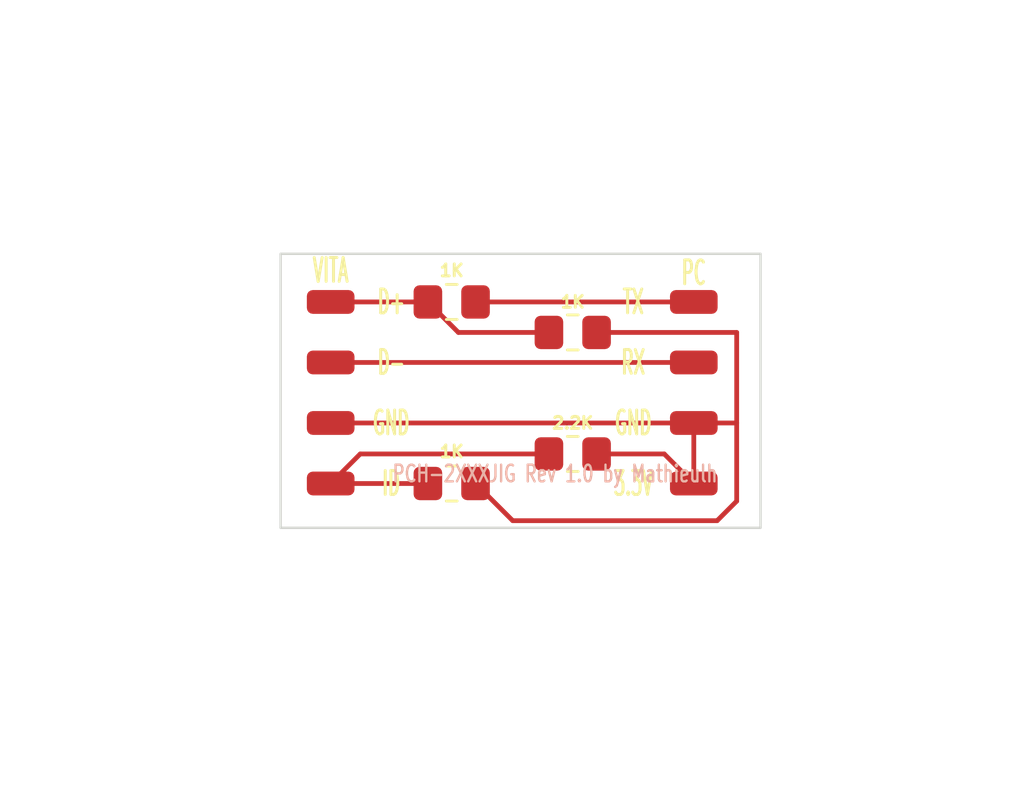
<source format=kicad_pcb>
(kicad_pcb (version 20221018) (generator pcbnew)
  (layers (0 "F.Cu" signal) (31 "B.Cu" signal) (34 "B.Paste" user) (35 "F.Paste" user) (36 "B.SilkS" user "B.Silkscreen") (37 "F.SilkS" user "F.Silkscreen") (38 "B.Mask" user) (39 "F.Mask" user) (44 "Edge.Cuts" user))
  (net 0 "")
  (footprint "Resistor_SMD:R_0805_2012Metric_Pad1.20x1.40mm_HandSolder" (layer "F.Cu") (at 71.12 39.4)
    (fp_text reference "REF**" hide)
    (fp_text value "R_0805_2012Metric_Pad1.20x1.40mm_HandSolder")
    (fp_line (start -0.227064 -0.735) (end 0.227064 -0.735) (stroke (width 0.12)) (layer "F.SilkS"))
    (fp_line (start -0.227064 0.735) (end 0.227064 0.735) (stroke (width 0.12)) (layer "F.SilkS"))
    (pad "1" smd roundrect (at -1 0) (size 1.2 1.4) (layers "F.Cu" "F.Paste" "F.Mask") (roundrect_rratio 0.2083333333))
    (pad "2" smd roundrect (at 1 0) (size 1.2 1.4) (layers "F.Cu" "F.Paste" "F.Mask") (roundrect_rratio 0.2083333333))
  )
  (footprint "Connector_Wire:SolderWirePad_1x01_SMD_1x2mm" (layer "F.Cu") (at 60.96 38.1 -90)
    (fp_text reference "REF**" hide)
    (fp_text value "SolderWirePad_1x01_SMD_1x2mm")
    (pad "3" smd roundrect (at 0 0 270) (size 1 2) (layers "F.Cu" "F.Paste" "F.Mask"))
  )
  (footprint "Connector_Wire:SolderWirePad_1x01_SMD_1x2mm" (layer "F.Cu") (at 60.96 40.64 -90)
    (fp_text reference "REF**" hide)
    (fp_text value "SolderWirePad_1x01_SMD_1x2mm")
    (pad "4" smd roundrect (at 0 0 270) (size 1 2) (layers "F.Cu" "F.Paste" "F.Mask"))
  )
  (footprint "Connector_Wire:SolderWirePad_1x01_SMD_1x2mm" (layer "F.Cu") (at 76.2 40.64 -90)
    (fp_text reference "REF**" hide)
    (fp_text value "SolderWirePad_1x01_SMD_1x2mm")
    (pad "8" smd roundrect (at 0 0 270) (size 1 2) (layers "F.Cu" "F.Paste" "F.Mask"))
  )
  (footprint "Connector_Wire:SolderWirePad_1x01_SMD_1x2mm" (layer "F.Cu") (at 76.2 35.56 -90)
    (fp_text reference "REF**" hide)
    (fp_text value "SolderWirePad_1x01_SMD_1x2mm")
    (pad "6" smd roundrect (at 0 0 270) (size 1 2) (layers "F.Cu" "F.Paste" "F.Mask"))
  )
  (footprint "Connector_Wire:SolderWirePad_1x01_SMD_1x2mm" (layer "F.Cu") (at 60.96 33.02 -90)
    (fp_text reference "REF**" hide)
    (fp_text value "SolderWirePad_1x01_SMD_1x2mm")
    (pad "1" smd roundrect (at 0 0 270) (size 1 2) (layers "F.Cu" "F.Paste" "F.Mask"))
  )
  (footprint "Connector_Wire:SolderWirePad_1x01_SMD_1x2mm" (layer "F.Cu") (at 76.2 33.02 -90)
    (fp_text reference "REF**" hide)
    (fp_text value "SolderWirePad_1x01_SMD_1x2mm")
    (pad "5" smd roundrect (at 0 0 270) (size 1 2) (layers "F.Cu" "F.Paste" "F.Mask"))
  )
  (footprint "Resistor_SMD:R_0805_2012Metric_Pad1.20x1.40mm_HandSolder" (layer "F.Cu") (at 71.12 34.3)
    (fp_text reference "REF**" hide)
    (fp_text value "R_0805_2012Metric_Pad1.20x1.40mm_HandSolder")
    (fp_line (start -0.227064 -0.735) (end 0.227064 -0.735) (stroke (width 0.12)) (layer "F.SilkS"))
    (fp_line (start -0.227064 0.735) (end 0.227064 0.735) (stroke (width 0.12)) (layer "F.SilkS"))
    (pad "1" smd roundrect (at -1 0) (size 1.2 1.4) (layers "F.Cu" "F.Paste" "F.Mask") (roundrect_rratio 0.2083333333))
    (pad "2" smd roundrect (at 1 0) (size 1.2 1.4) (layers "F.Cu" "F.Paste" "F.Mask") (roundrect_rratio 0.2083333333))
  )
  (footprint "Resistor_SMD:R_0805_2012Metric_Pad1.20x1.40mm_HandSolder" (layer "F.Cu") (at 66.04 33.02)
    (fp_text reference "REF**" hide)
    (fp_text value "R_0805_2012Metric_Pad1.20x1.40mm_HandSolder")
    (fp_line (start -0.227064 -0.735) (end 0.227064 -0.735) (stroke (width 0.12)) (layer "F.SilkS"))
    (fp_line (start -0.227064 0.735) (end 0.227064 0.735) (stroke (width 0.12)) (layer "F.SilkS"))
    (pad "1" smd roundrect (at -1 0) (size 1.2 1.4) (layers "F.Cu" "F.Paste" "F.Mask") (roundrect_rratio 0.2083333333))
    (pad "2" smd roundrect (at 1 0) (size 1.2 1.4) (layers "F.Cu" "F.Paste" "F.Mask") (roundrect_rratio 0.2083333333))
  )
  (footprint "Resistor_SMD:R_0805_2012Metric_Pad1.20x1.40mm_HandSolder" (layer "F.Cu") (at 66.04 40.64)
    (fp_text reference "REF**" hide)
    (fp_text value "R_0805_2012Metric_Pad1.20x1.40mm_HandSolder")
    (fp_line (start -0.227064 -0.735) (end 0.227064 -0.735) (stroke (width 0.12)) (layer "F.SilkS"))
    (fp_line (start -0.227064 0.735) (end 0.227064 0.735) (stroke (width 0.12)) (layer "F.SilkS"))
    (pad "1" smd roundrect (at -1 0) (size 1.2 1.4) (layers "F.Cu" "F.Paste" "F.Mask") (roundrect_rratio 0.2083333333))
    (pad "2" smd roundrect (at 1 0) (size 1.2 1.4) (layers "F.Cu" "F.Paste" "F.Mask") (roundrect_rratio 0.2083333333))
  )
  (footprint "Connector_Wire:SolderWirePad_1x01_SMD_1x2mm" (layer "F.Cu") (at 60.96 35.56 -90)
    (fp_text reference "REF**" hide)
    (fp_text value "SolderWirePad_1x01_SMD_1x2mm")
    (pad "2" smd roundrect (at 0 0 270) (size 1 2) (layers "F.Cu" "F.Paste" "F.Mask"))
  )
  (footprint "Connector_Wire:SolderWirePad_1x01_SMD_1x2mm" (layer "F.Cu") (at 76.2 38.1 -90)
    (fp_text reference "REF**" hide)
    (fp_text value "SolderWirePad_1x01_SMD_1x2mm")
    (pad "7" smd roundrect (at 0 0 270) (size 1 2) (layers "F.Cu" "F.Paste" "F.Mask"))
  )
  (gr_rect (start 58.86 31) (end 79 42.5) (stroke (width 0.1)) (fill none) (layer "Edge.Cuts"))
  (gr_text "PCH-2XXXJIG Rev 1.0 by Mathieulh" (at 63.5 40.64) (layer "B.SilkS") (effects (font (size 0.7 0.5) (thickness 0.1) bold) (justify left bottom)))
  (gr_text "TX" (at 73.66 33.02) (layer "F.SilkS") (effects (font (size 1 0.5))))
  (gr_text "PC" (at 76.2 31.8) (layer "F.SilkS") (effects (font (size 1 0.5))))
  (gr_text "1K" (at 66.04 39.3) (layer "F.SilkS") (effects (font (size 0.5 0.5))))
  (gr_text "D-" (at 63.5 35.56) (layer "F.SilkS") (effects (font (size 1 0.5))))
  (gr_text "VITA" (at 60.96 31.7) (layer "F.SilkS") (effects (font (size 1 0.5))))
  (gr_text "3.3V" (at 73.66 40.64) (layer "F.SilkS") (effects (font (size 1 0.5))))
  (gr_text "RX" (at 73.66 35.56) (layer "F.SilkS") (effects (font (size 1 0.5))))
  (gr_text "1K" (at 71.12 33.02) (layer "F.SilkS") (effects (font (size 0.5 0.5))))
  (gr_text "D+" (at 63.5 33.02) (layer "F.SilkS") (effects (font (size 1 0.5))))
  (gr_text "GND" (at 73.66 38.1) (layer "F.SilkS") (effects (font (size 1 0.5))))
  (gr_text "1K" (at 66.04 31.7) (layer "F.SilkS") (effects (font (size 0.5 0.5))))
  (gr_text "GND" (at 63.5 38.1) (layer "F.SilkS") (effects (font (size 1 0.5))))
  (gr_text "ID" (at 63.5 40.64) (layer "F.SilkS") (effects (font (size 1 0.5))))
  (gr_text "2.2K" (at 71.12 38.1) (layer "F.SilkS") (effects (font (size 0.5 0.5))))
  (segment (start 78 38.1) (end 76.2 38.1) (width 0.2) (layer "F.Cu") (net 0))
  (segment (start 76.2 38.1) (end 76.2 40.64) (width 0.2) (layer "F.Cu") (net 0))
  (segment (start 72.12 39.4) (end 74.96 39.4) (width 0.2) (layer "F.Cu") (net 0))
  (segment (start 67.04 33.02) (end 76.2 33.02) (width 0.2) (layer "F.Cu") (net 0))
  (segment (start 60.96 38.1) (end 76.2 38.1) (width 0.2) (layer "F.Cu") (net 0))
  (segment (start 78 34.3) (end 78 38.1) (width 0.2) (layer "F.Cu") (net 0))
  (segment (start 60.96 40.64) (end 62.2 39.4) (width 0.2) (layer "F.Cu") (net 0))
  (segment (start 60.96 40.64) (end 65.04 40.64) (width 0.2) (layer "F.Cu") (net 0))
  (segment (start 62.2 39.4) (end 70.12 39.4) (width 0.2) (layer "F.Cu") (net 0))
  (segment (start 60.96 35.56) (end 76.2 35.56) (width 0.2) (layer "F.Cu") (net 0))
  (segment (start 70.12 34.3) (end 66.32 34.3) (width 0.2) (layer "F.Cu") (net 0))
  (segment (start 68.6 42.2) (end 67.04 40.64) (width 0.2) (layer "F.Cu") (net 0))
  (segment (start 72.12 34.3) (end 78 34.3) (width 0.2) (layer "F.Cu") (net 0))
  (segment (start 60.96 33.02) (end 65.04 33.02) (width 0.2) (layer "F.Cu") (net 0))
  (segment (start 78 41.38) (end 77.18 42.2) (width 0.2) (layer "F.Cu") (net 0))
  (segment (start 74.96 39.4) (end 76.2 40.64) (width 0.2) (layer "F.Cu") (net 0))
  (segment (start 78 38.1) (end 78 41.38) (width 0.2) (layer "F.Cu") (net 0))
  (segment (start 66.32 34.3) (end 65.04 33.02) (width 0.2) (layer "F.Cu") (net 0))
  (segment (start 77.18 42.2) (end 68.6 42.2) (width 0.2) (layer "F.Cu") (net 0))
)
</source>
